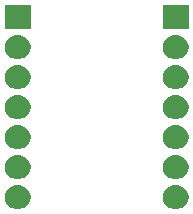
<source format=gbr>
%TF.GenerationSoftware,KiCad,Pcbnew,8.0.4*%
%TF.CreationDate,2024-09-08T17:57:52-03:00*%
%TF.ProjectId,PCBWay-Module_TB67H450FNG,50434257-6179-42d4-9d6f-64756c655f54,rev?*%
%TF.SameCoordinates,Original*%
%TF.FileFunction,Soldermask,Bot*%
%TF.FilePolarity,Negative*%
%FSLAX46Y46*%
G04 Gerber Fmt 4.6, Leading zero omitted, Abs format (unit mm)*
G04 Created by KiCad (PCBNEW 8.0.4) date 2024-09-08 17:57:52*
%MOMM*%
%LPD*%
G01*
G04 APERTURE LIST*
G04 APERTURE END LIST*
G36*
X105848017Y-118354815D02*
G01*
X106040285Y-118393060D01*
X106221397Y-118468079D01*
X106384393Y-118576990D01*
X106523010Y-118715607D01*
X106631921Y-118878603D01*
X106706940Y-119059715D01*
X106745185Y-119251983D01*
X106745185Y-119448017D01*
X106706940Y-119640285D01*
X106631921Y-119821397D01*
X106523010Y-119984393D01*
X106384393Y-120123010D01*
X106221397Y-120231921D01*
X106040285Y-120306940D01*
X105848017Y-120345185D01*
X105750000Y-120350000D01*
X105748749Y-120350000D01*
X105551251Y-120350000D01*
X105550000Y-120350000D01*
X105451983Y-120345185D01*
X105259715Y-120306940D01*
X105078603Y-120231921D01*
X104915607Y-120123010D01*
X104776990Y-119984393D01*
X104668079Y-119821397D01*
X104593060Y-119640285D01*
X104554815Y-119448017D01*
X104554815Y-119251983D01*
X104593060Y-119059715D01*
X104668079Y-118878603D01*
X104776990Y-118715607D01*
X104915607Y-118576990D01*
X105078603Y-118468079D01*
X105259715Y-118393060D01*
X105451983Y-118354815D01*
X105550000Y-118350000D01*
X105750000Y-118350000D01*
X105848017Y-118354815D01*
G37*
G36*
X119238017Y-118354815D02*
G01*
X119430285Y-118393060D01*
X119611397Y-118468079D01*
X119774393Y-118576990D01*
X119913010Y-118715607D01*
X120021921Y-118878603D01*
X120096940Y-119059715D01*
X120135185Y-119251983D01*
X120135185Y-119448017D01*
X120096940Y-119640285D01*
X120021921Y-119821397D01*
X119913010Y-119984393D01*
X119774393Y-120123010D01*
X119611397Y-120231921D01*
X119430285Y-120306940D01*
X119238017Y-120345185D01*
X119140000Y-120350000D01*
X119138749Y-120350000D01*
X118941251Y-120350000D01*
X118940000Y-120350000D01*
X118841983Y-120345185D01*
X118649715Y-120306940D01*
X118468603Y-120231921D01*
X118305607Y-120123010D01*
X118166990Y-119984393D01*
X118058079Y-119821397D01*
X117983060Y-119640285D01*
X117944815Y-119448017D01*
X117944815Y-119251983D01*
X117983060Y-119059715D01*
X118058079Y-118878603D01*
X118166990Y-118715607D01*
X118305607Y-118576990D01*
X118468603Y-118468079D01*
X118649715Y-118393060D01*
X118841983Y-118354815D01*
X118940000Y-118350000D01*
X119140000Y-118350000D01*
X119238017Y-118354815D01*
G37*
G36*
X105848017Y-115814815D02*
G01*
X106040285Y-115853060D01*
X106221397Y-115928079D01*
X106384393Y-116036990D01*
X106523010Y-116175607D01*
X106631921Y-116338603D01*
X106706940Y-116519715D01*
X106745185Y-116711983D01*
X106745185Y-116908017D01*
X106706940Y-117100285D01*
X106631921Y-117281397D01*
X106523010Y-117444393D01*
X106384393Y-117583010D01*
X106221397Y-117691921D01*
X106040285Y-117766940D01*
X105848017Y-117805185D01*
X105750000Y-117810000D01*
X105748749Y-117810000D01*
X105551251Y-117810000D01*
X105550000Y-117810000D01*
X105451983Y-117805185D01*
X105259715Y-117766940D01*
X105078603Y-117691921D01*
X104915607Y-117583010D01*
X104776990Y-117444393D01*
X104668079Y-117281397D01*
X104593060Y-117100285D01*
X104554815Y-116908017D01*
X104554815Y-116711983D01*
X104593060Y-116519715D01*
X104668079Y-116338603D01*
X104776990Y-116175607D01*
X104915607Y-116036990D01*
X105078603Y-115928079D01*
X105259715Y-115853060D01*
X105451983Y-115814815D01*
X105550000Y-115810000D01*
X105750000Y-115810000D01*
X105848017Y-115814815D01*
G37*
G36*
X119238017Y-115814815D02*
G01*
X119430285Y-115853060D01*
X119611397Y-115928079D01*
X119774393Y-116036990D01*
X119913010Y-116175607D01*
X120021921Y-116338603D01*
X120096940Y-116519715D01*
X120135185Y-116711983D01*
X120135185Y-116908017D01*
X120096940Y-117100285D01*
X120021921Y-117281397D01*
X119913010Y-117444393D01*
X119774393Y-117583010D01*
X119611397Y-117691921D01*
X119430285Y-117766940D01*
X119238017Y-117805185D01*
X119140000Y-117810000D01*
X119138749Y-117810000D01*
X118941251Y-117810000D01*
X118940000Y-117810000D01*
X118841983Y-117805185D01*
X118649715Y-117766940D01*
X118468603Y-117691921D01*
X118305607Y-117583010D01*
X118166990Y-117444393D01*
X118058079Y-117281397D01*
X117983060Y-117100285D01*
X117944815Y-116908017D01*
X117944815Y-116711983D01*
X117983060Y-116519715D01*
X118058079Y-116338603D01*
X118166990Y-116175607D01*
X118305607Y-116036990D01*
X118468603Y-115928079D01*
X118649715Y-115853060D01*
X118841983Y-115814815D01*
X118940000Y-115810000D01*
X119140000Y-115810000D01*
X119238017Y-115814815D01*
G37*
G36*
X105848017Y-113274815D02*
G01*
X106040285Y-113313060D01*
X106221397Y-113388079D01*
X106384393Y-113496990D01*
X106523010Y-113635607D01*
X106631921Y-113798603D01*
X106706940Y-113979715D01*
X106745185Y-114171983D01*
X106745185Y-114368017D01*
X106706940Y-114560285D01*
X106631921Y-114741397D01*
X106523010Y-114904393D01*
X106384393Y-115043010D01*
X106221397Y-115151921D01*
X106040285Y-115226940D01*
X105848017Y-115265185D01*
X105750000Y-115270000D01*
X105748749Y-115270000D01*
X105551251Y-115270000D01*
X105550000Y-115270000D01*
X105451983Y-115265185D01*
X105259715Y-115226940D01*
X105078603Y-115151921D01*
X104915607Y-115043010D01*
X104776990Y-114904393D01*
X104668079Y-114741397D01*
X104593060Y-114560285D01*
X104554815Y-114368017D01*
X104554815Y-114171983D01*
X104593060Y-113979715D01*
X104668079Y-113798603D01*
X104776990Y-113635607D01*
X104915607Y-113496990D01*
X105078603Y-113388079D01*
X105259715Y-113313060D01*
X105451983Y-113274815D01*
X105550000Y-113270000D01*
X105750000Y-113270000D01*
X105848017Y-113274815D01*
G37*
G36*
X119238017Y-113274815D02*
G01*
X119430285Y-113313060D01*
X119611397Y-113388079D01*
X119774393Y-113496990D01*
X119913010Y-113635607D01*
X120021921Y-113798603D01*
X120096940Y-113979715D01*
X120135185Y-114171983D01*
X120135185Y-114368017D01*
X120096940Y-114560285D01*
X120021921Y-114741397D01*
X119913010Y-114904393D01*
X119774393Y-115043010D01*
X119611397Y-115151921D01*
X119430285Y-115226940D01*
X119238017Y-115265185D01*
X119140000Y-115270000D01*
X119138749Y-115270000D01*
X118941251Y-115270000D01*
X118940000Y-115270000D01*
X118841983Y-115265185D01*
X118649715Y-115226940D01*
X118468603Y-115151921D01*
X118305607Y-115043010D01*
X118166990Y-114904393D01*
X118058079Y-114741397D01*
X117983060Y-114560285D01*
X117944815Y-114368017D01*
X117944815Y-114171983D01*
X117983060Y-113979715D01*
X118058079Y-113798603D01*
X118166990Y-113635607D01*
X118305607Y-113496990D01*
X118468603Y-113388079D01*
X118649715Y-113313060D01*
X118841983Y-113274815D01*
X118940000Y-113270000D01*
X119140000Y-113270000D01*
X119238017Y-113274815D01*
G37*
G36*
X105848017Y-110734815D02*
G01*
X106040285Y-110773060D01*
X106221397Y-110848079D01*
X106384393Y-110956990D01*
X106523010Y-111095607D01*
X106631921Y-111258603D01*
X106706940Y-111439715D01*
X106745185Y-111631983D01*
X106745185Y-111828017D01*
X106706940Y-112020285D01*
X106631921Y-112201397D01*
X106523010Y-112364393D01*
X106384393Y-112503010D01*
X106221397Y-112611921D01*
X106040285Y-112686940D01*
X105848017Y-112725185D01*
X105750000Y-112730000D01*
X105748749Y-112730000D01*
X105551251Y-112730000D01*
X105550000Y-112730000D01*
X105451983Y-112725185D01*
X105259715Y-112686940D01*
X105078603Y-112611921D01*
X104915607Y-112503010D01*
X104776990Y-112364393D01*
X104668079Y-112201397D01*
X104593060Y-112020285D01*
X104554815Y-111828017D01*
X104554815Y-111631983D01*
X104593060Y-111439715D01*
X104668079Y-111258603D01*
X104776990Y-111095607D01*
X104915607Y-110956990D01*
X105078603Y-110848079D01*
X105259715Y-110773060D01*
X105451983Y-110734815D01*
X105550000Y-110730000D01*
X105750000Y-110730000D01*
X105848017Y-110734815D01*
G37*
G36*
X119238017Y-110734815D02*
G01*
X119430285Y-110773060D01*
X119611397Y-110848079D01*
X119774393Y-110956990D01*
X119913010Y-111095607D01*
X120021921Y-111258603D01*
X120096940Y-111439715D01*
X120135185Y-111631983D01*
X120135185Y-111828017D01*
X120096940Y-112020285D01*
X120021921Y-112201397D01*
X119913010Y-112364393D01*
X119774393Y-112503010D01*
X119611397Y-112611921D01*
X119430285Y-112686940D01*
X119238017Y-112725185D01*
X119140000Y-112730000D01*
X119138749Y-112730000D01*
X118941251Y-112730000D01*
X118940000Y-112730000D01*
X118841983Y-112725185D01*
X118649715Y-112686940D01*
X118468603Y-112611921D01*
X118305607Y-112503010D01*
X118166990Y-112364393D01*
X118058079Y-112201397D01*
X117983060Y-112020285D01*
X117944815Y-111828017D01*
X117944815Y-111631983D01*
X117983060Y-111439715D01*
X118058079Y-111258603D01*
X118166990Y-111095607D01*
X118305607Y-110956990D01*
X118468603Y-110848079D01*
X118649715Y-110773060D01*
X118841983Y-110734815D01*
X118940000Y-110730000D01*
X119140000Y-110730000D01*
X119238017Y-110734815D01*
G37*
G36*
X105848017Y-108194815D02*
G01*
X106040285Y-108233060D01*
X106221397Y-108308079D01*
X106384393Y-108416990D01*
X106523010Y-108555607D01*
X106631921Y-108718603D01*
X106706940Y-108899715D01*
X106745185Y-109091983D01*
X106745185Y-109288017D01*
X106706940Y-109480285D01*
X106631921Y-109661397D01*
X106523010Y-109824393D01*
X106384393Y-109963010D01*
X106221397Y-110071921D01*
X106040285Y-110146940D01*
X105848017Y-110185185D01*
X105750000Y-110190000D01*
X105748749Y-110190000D01*
X105551251Y-110190000D01*
X105550000Y-110190000D01*
X105451983Y-110185185D01*
X105259715Y-110146940D01*
X105078603Y-110071921D01*
X104915607Y-109963010D01*
X104776990Y-109824393D01*
X104668079Y-109661397D01*
X104593060Y-109480285D01*
X104554815Y-109288017D01*
X104554815Y-109091983D01*
X104593060Y-108899715D01*
X104668079Y-108718603D01*
X104776990Y-108555607D01*
X104915607Y-108416990D01*
X105078603Y-108308079D01*
X105259715Y-108233060D01*
X105451983Y-108194815D01*
X105550000Y-108190000D01*
X105750000Y-108190000D01*
X105848017Y-108194815D01*
G37*
G36*
X119238017Y-108194815D02*
G01*
X119430285Y-108233060D01*
X119611397Y-108308079D01*
X119774393Y-108416990D01*
X119913010Y-108555607D01*
X120021921Y-108718603D01*
X120096940Y-108899715D01*
X120135185Y-109091983D01*
X120135185Y-109288017D01*
X120096940Y-109480285D01*
X120021921Y-109661397D01*
X119913010Y-109824393D01*
X119774393Y-109963010D01*
X119611397Y-110071921D01*
X119430285Y-110146940D01*
X119238017Y-110185185D01*
X119140000Y-110190000D01*
X119138749Y-110190000D01*
X118941251Y-110190000D01*
X118940000Y-110190000D01*
X118841983Y-110185185D01*
X118649715Y-110146940D01*
X118468603Y-110071921D01*
X118305607Y-109963010D01*
X118166990Y-109824393D01*
X118058079Y-109661397D01*
X117983060Y-109480285D01*
X117944815Y-109288017D01*
X117944815Y-109091983D01*
X117983060Y-108899715D01*
X118058079Y-108718603D01*
X118166990Y-108555607D01*
X118305607Y-108416990D01*
X118468603Y-108308079D01*
X118649715Y-108233060D01*
X118841983Y-108194815D01*
X118940000Y-108190000D01*
X119140000Y-108190000D01*
X119238017Y-108194815D01*
G37*
G36*
X105848017Y-105654815D02*
G01*
X106040285Y-105693060D01*
X106221397Y-105768079D01*
X106384393Y-105876990D01*
X106523010Y-106015607D01*
X106631921Y-106178603D01*
X106706940Y-106359715D01*
X106745185Y-106551983D01*
X106745185Y-106748017D01*
X106706940Y-106940285D01*
X106631921Y-107121397D01*
X106523010Y-107284393D01*
X106384393Y-107423010D01*
X106221397Y-107531921D01*
X106040285Y-107606940D01*
X105848017Y-107645185D01*
X105750000Y-107650000D01*
X105748749Y-107650000D01*
X105551251Y-107650000D01*
X105550000Y-107650000D01*
X105451983Y-107645185D01*
X105259715Y-107606940D01*
X105078603Y-107531921D01*
X104915607Y-107423010D01*
X104776990Y-107284393D01*
X104668079Y-107121397D01*
X104593060Y-106940285D01*
X104554815Y-106748017D01*
X104554815Y-106551983D01*
X104593060Y-106359715D01*
X104668079Y-106178603D01*
X104776990Y-106015607D01*
X104915607Y-105876990D01*
X105078603Y-105768079D01*
X105259715Y-105693060D01*
X105451983Y-105654815D01*
X105550000Y-105650000D01*
X105750000Y-105650000D01*
X105848017Y-105654815D01*
G37*
G36*
X119238017Y-105654815D02*
G01*
X119430285Y-105693060D01*
X119611397Y-105768079D01*
X119774393Y-105876990D01*
X119913010Y-106015607D01*
X120021921Y-106178603D01*
X120096940Y-106359715D01*
X120135185Y-106551983D01*
X120135185Y-106748017D01*
X120096940Y-106940285D01*
X120021921Y-107121397D01*
X119913010Y-107284393D01*
X119774393Y-107423010D01*
X119611397Y-107531921D01*
X119430285Y-107606940D01*
X119238017Y-107645185D01*
X119140000Y-107650000D01*
X119138749Y-107650000D01*
X118941251Y-107650000D01*
X118940000Y-107650000D01*
X118841983Y-107645185D01*
X118649715Y-107606940D01*
X118468603Y-107531921D01*
X118305607Y-107423010D01*
X118166990Y-107284393D01*
X118058079Y-107121397D01*
X117983060Y-106940285D01*
X117944815Y-106748017D01*
X117944815Y-106551983D01*
X117983060Y-106359715D01*
X118058079Y-106178603D01*
X118166990Y-106015607D01*
X118305607Y-105876990D01*
X118468603Y-105768079D01*
X118649715Y-105693060D01*
X118841983Y-105654815D01*
X118940000Y-105650000D01*
X119140000Y-105650000D01*
X119238017Y-105654815D01*
G37*
G36*
X106750000Y-105110000D02*
G01*
X104550000Y-105110000D01*
X104550000Y-103110000D01*
X106750000Y-103110000D01*
X106750000Y-105110000D01*
G37*
G36*
X120140000Y-105110000D02*
G01*
X117940000Y-105110000D01*
X117940000Y-103110000D01*
X120140000Y-103110000D01*
X120140000Y-105110000D01*
G37*
M02*

</source>
